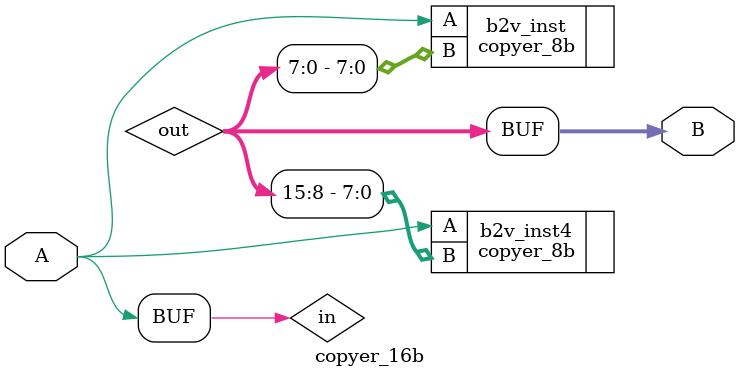
<source format=v>


module copyer_16b(
	A,
	B
);


input wire	[0:0] A;
output wire	[15:0] B;

wire	[0:0] in;
wire	[15:0] out;





copyer_8b	b2v_inst(
	.A(in),
	.B(out[7:0]));


copyer_8b	b2v_inst4(
	.A(in),
	.B(out[15:8]));

assign	B = out;
assign	in = A;

endmodule

</source>
